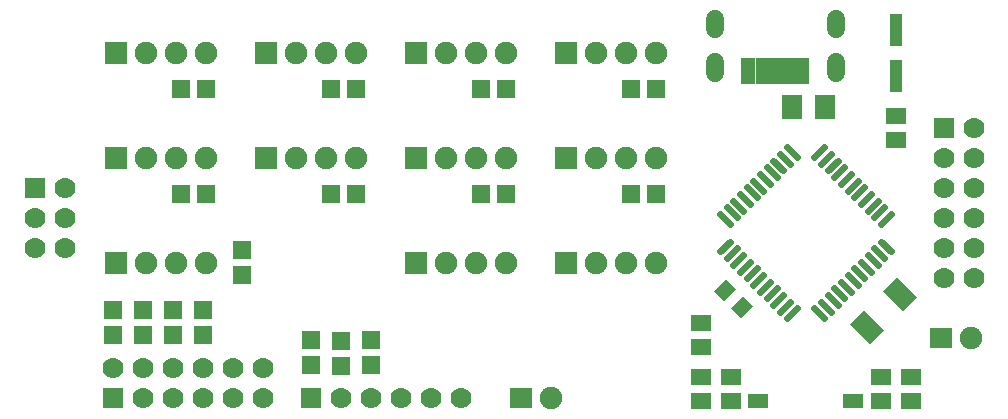
<source format=gts>
G04 ---------------------------- Layer name :TOP SOLDER LAYER*
G04 EasyEDA v5.8.22, Tue, 08 Jan 2019 20:33:26 GMT*
G04 129acfe98f9248dba87738b5e980386f*
G04 Gerber Generator version 0.2*
G04 Scale: 100 percent, Rotated: No, Reflected: No *
G04 Dimensions in inches *
G04 leading zeros omitted , absolute positions ,2 integer and 4 decimal *
%FSLAX24Y24*%
%MOIN*%
G90*
G70D02*

%ADD43C,0.059181*%
%ADD44C,0.024535*%
%ADD45R,0.025717X0.086740*%
%ADD46R,0.051307X0.086740*%
%ADD47R,0.071000X0.078900*%
%ADD48R,0.074929X0.074929*%
%ADD49C,0.074929*%
%ADD50C,0.070000*%
%ADD51R,0.070000X0.070000*%
%ADD52R,0.063100X0.059200*%
%ADD53R,0.059200X0.063100*%
%ADD54R,0.065870X0.053670*%
%ADD56R,0.039496X0.106425*%
%ADD58R,0.074929X0.070000*%
%ADD59R,0.067055X0.047370*%

%LPD*%
G54D43*
G01X23482Y13279D02*
G01X23482Y13634D01*
G01X27517Y13279D02*
G01X27517Y13634D01*
G01X27517Y11822D02*
G01X27517Y12177D01*
G01X23482Y11822D02*
G01X23482Y12177D01*
G54D44*
G01X23649Y5876D02*
G01X23977Y6204D01*
G01X23872Y5653D02*
G01X24200Y5982D01*
G01X24094Y5431D02*
G01X24423Y5759D01*
G01X24317Y5208D02*
G01X24645Y5536D01*
G01X24540Y4985D02*
G01X24868Y5314D01*
G01X24762Y4762D02*
G01X25091Y5091D01*
G01X24985Y4540D02*
G01X25314Y4868D01*
G01X25208Y4317D02*
G01X25536Y4645D01*
G01X25431Y4094D02*
G01X25759Y4423D01*
G01X25653Y3872D02*
G01X25982Y4200D01*
G01X25876Y3649D02*
G01X26204Y3977D01*
G01X26795Y3977D02*
G01X27123Y3649D01*
G01X27017Y4200D02*
G01X27346Y3872D01*
G01X27240Y4423D02*
G01X27568Y4094D01*
G01X27463Y4645D02*
G01X27791Y4317D01*
G01X27685Y4868D02*
G01X28014Y4540D01*
G01X27908Y5091D02*
G01X28237Y4762D01*
G01X28131Y5314D02*
G01X28459Y4985D01*
G01X28354Y5536D02*
G01X28682Y5208D01*
G01X28576Y5759D02*
G01X28905Y5431D01*
G01X28799Y5982D02*
G01X29127Y5653D01*
G01X29022Y6204D02*
G01X29350Y5876D01*
G01X29022Y6795D02*
G01X29350Y7123D01*
G01X28799Y7017D02*
G01X29127Y7346D01*
G01X28576Y7240D02*
G01X28905Y7568D01*
G01X28354Y7463D02*
G01X28682Y7791D01*
G01X28131Y7685D02*
G01X28459Y8014D01*
G01X27908Y7908D02*
G01X28237Y8237D01*
G01X27685Y8131D02*
G01X28014Y8459D01*
G01X27463Y8354D02*
G01X27791Y8682D01*
G01X27240Y8576D02*
G01X27568Y8905D01*
G01X27017Y8799D02*
G01X27346Y9127D01*
G01X26795Y9022D02*
G01X27123Y9350D01*
G01X25876Y9350D02*
G01X26204Y9022D01*
G01X25653Y9127D02*
G01X25982Y8799D01*
G01X25431Y8905D02*
G01X25759Y8576D01*
G01X25208Y8682D02*
G01X25536Y8354D01*
G01X24985Y8459D02*
G01X25314Y8131D01*
G01X24762Y8237D02*
G01X25091Y7908D01*
G01X24540Y8014D02*
G01X24868Y7685D01*
G01X24317Y7791D02*
G01X24645Y7463D01*
G01X24094Y7568D02*
G01X24423Y7240D01*
G01X23872Y7346D02*
G01X24200Y7017D01*
G01X23649Y7123D02*
G01X23977Y6795D01*
G54D45*
G01X24978Y11901D03*
G01X25234Y11901D03*
G01X25490Y11901D03*
G01X25746Y11901D03*
G01X26002Y11901D03*
G54D46*
G01X26395Y11901D03*
G01X24584Y11901D03*
G54D47*
G01X26050Y10700D03*
G01X27150Y10700D03*
G54D48*
G01X3500Y12500D03*
G54D49*
G01X4500Y12500D03*
G01X5500Y12500D03*
G01X6500Y12500D03*
G54D48*
G01X8500Y12500D03*
G54D49*
G01X9500Y12500D03*
G01X10500Y12500D03*
G01X11500Y12500D03*
G54D48*
G01X13500Y12500D03*
G54D49*
G01X14500Y12500D03*
G01X15500Y12500D03*
G01X16500Y12500D03*
G54D48*
G01X18500Y12500D03*
G54D49*
G01X19500Y12500D03*
G01X20500Y12500D03*
G01X21500Y12500D03*
G54D48*
G01X8500Y9000D03*
G54D49*
G01X9500Y9000D03*
G01X10500Y9000D03*
G01X11500Y9000D03*
G54D48*
G01X3500Y9000D03*
G54D49*
G01X4500Y9000D03*
G01X5500Y9000D03*
G01X6500Y9000D03*
G54D48*
G01X13500Y9000D03*
G54D49*
G01X14500Y9000D03*
G01X15500Y9000D03*
G01X16500Y9000D03*
G54D48*
G01X18500Y9000D03*
G54D49*
G01X19500Y9000D03*
G01X20500Y9000D03*
G01X21500Y9000D03*
G54D48*
G01X3500Y5500D03*
G54D49*
G01X4500Y5500D03*
G01X5500Y5500D03*
G01X6500Y5500D03*
G54D48*
G01X13500Y5500D03*
G54D49*
G01X14500Y5500D03*
G01X15500Y5500D03*
G01X16500Y5500D03*
G54D50*
G01X32100Y5000D03*
G01X31100Y5000D03*
G01X32100Y6000D03*
G01X31100Y6000D03*
G01X32100Y7000D03*
G01X31100Y7000D03*
G01X32100Y8000D03*
G01X31100Y8000D03*
G01X32100Y9000D03*
G01X31100Y9000D03*
G01X32100Y10000D03*
G54D51*
G01X31100Y10000D03*
G54D48*
G01X18500Y5500D03*
G54D49*
G01X19500Y5500D03*
G01X20500Y5500D03*
G01X21500Y5500D03*
G54D52*
G01X3400Y3913D03*
G01X3400Y3086D03*
G01X4400Y3913D03*
G01X4400Y3086D03*
G01X5400Y3913D03*
G01X5400Y3086D03*
G01X6400Y3913D03*
G01X6400Y3086D03*
G01X10000Y2913D03*
G01X10000Y2086D03*
G01X11000Y2900D03*
G01X11000Y2073D03*
G01X12000Y2913D03*
G01X12000Y2086D03*
G01X7700Y5913D03*
G01X7700Y5086D03*
G54D53*
G01X20686Y7800D03*
G01X21513Y7800D03*
G01X15686Y7800D03*
G01X16513Y7800D03*
G01X5686Y7800D03*
G01X6513Y7800D03*
G01X10686Y7800D03*
G01X11513Y7800D03*
G01X20686Y11300D03*
G01X21513Y11300D03*
G01X15686Y11300D03*
G01X16513Y11300D03*
G01X10686Y11300D03*
G01X11513Y11300D03*
G01X5686Y11300D03*
G01X6513Y11300D03*
G54D54*
G01X24000Y899D03*
G01X24000Y1699D03*
G01X23000Y899D03*
G01X23000Y1699D03*
G36*
G01X23860Y4948D02*
G01X24183Y4626D01*
G01X23774Y4216D01*
G01X23451Y4539D01*
G01X23860Y4948D01*
G37*
G36*
G01X24425Y4383D02*
G01X24748Y4060D01*
G01X24339Y3651D01*
G01X24016Y3974D01*
G01X24425Y4383D01*
G37*
G01X29500Y10400D03*
G01X29500Y9600D03*
G01X29000Y1700D03*
G01X29000Y900D03*
G01X30000Y1700D03*
G01X30000Y900D03*
G01X23000Y2700D03*
G01X23000Y3500D03*
G54D56*
G01X29500Y11725D03*
G01X29500Y13275D03*
G36*
G01X27983Y3451D02*
G01X28456Y3925D01*
G01X29124Y3256D01*
G01X28651Y2783D01*
G01X27983Y3451D01*
G37*
G36*
G01X29075Y4543D02*
G01X29548Y5016D01*
G01X30216Y4348D01*
G01X29743Y3874D01*
G01X29075Y4543D01*
G37*
G54D58*
G01X31000Y3000D03*
G54D49*
G01X32000Y3000D03*
G54D50*
G01X8400Y2000D03*
G01X8400Y1000D03*
G01X7400Y2000D03*
G01X7400Y1000D03*
G01X6400Y2000D03*
G01X6400Y1000D03*
G01X5400Y2000D03*
G01X5400Y1000D03*
G01X4400Y2000D03*
G01X4400Y1000D03*
G01X3400Y2000D03*
G54D51*
G01X3400Y1000D03*
G54D59*
G01X28074Y900D03*
G01X24925Y900D03*
G54D50*
G01X1800Y6000D03*
G01X800Y6000D03*
G01X1800Y7000D03*
G01X800Y7000D03*
G01X1800Y8000D03*
G54D51*
G01X800Y8000D03*
G54D58*
G01X17000Y1000D03*
G54D49*
G01X18000Y1000D03*
G54D50*
G01X15000Y1000D03*
G01X14000Y1000D03*
G01X13000Y1000D03*
G01X12000Y1000D03*
G01X11000Y1000D03*
G54D51*
G01X10000Y1000D03*
M00*
M02*

</source>
